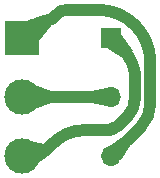
<source format=gbr>
%TF.GenerationSoftware,KiCad,Pcbnew,7.0.10*%
%TF.CreationDate,2024-03-20T18:31:23+01:00*%
%TF.ProjectId,ms404 pot adapter pcb,6d733430-3420-4706-9f74-206164617074,rev?*%
%TF.SameCoordinates,Original*%
%TF.FileFunction,Copper,L1,Top*%
%TF.FilePolarity,Positive*%
%FSLAX46Y46*%
G04 Gerber Fmt 4.6, Leading zero omitted, Abs format (unit mm)*
G04 Created by KiCad (PCBNEW 7.0.10) date 2024-03-20 18:31:23*
%MOMM*%
%LPD*%
G01*
G04 APERTURE LIST*
%TA.AperFunction,ComponentPad*%
%ADD10R,1.700000X1.700000*%
%TD*%
%TA.AperFunction,ComponentPad*%
%ADD11O,1.700000X1.700000*%
%TD*%
%TA.AperFunction,ComponentPad*%
%ADD12R,3.000000X3.000000*%
%TD*%
%TA.AperFunction,ComponentPad*%
%ADD13C,3.000000*%
%TD*%
%TA.AperFunction,Conductor*%
%ADD14C,1.000000*%
%TD*%
G04 APERTURE END LIST*
D10*
%TO.P,J1,1,Pin_1*%
%TO.N,Net-(J1-Pin_1)*%
X104902000Y-65612000D03*
D11*
%TO.P,J1,2,Pin_2*%
%TO.N,Net-(J1-Pin_2)*%
X104902000Y-70612000D03*
%TO.P,J1,3,Pin_3*%
%TO.N,Net-(J1-Pin_3)*%
X104902000Y-75612000D03*
%TD*%
D12*
%TO.P,RV1,1,1*%
%TO.N,Net-(J1-Pin_3)*%
X97300000Y-65600000D03*
D13*
%TO.P,RV1,2,2*%
%TO.N,Net-(J1-Pin_2)*%
X97300000Y-70600000D03*
%TO.P,RV1,3,3*%
%TO.N,Net-(J1-Pin_1)*%
X97300000Y-75600000D03*
%TD*%
D14*
%TO.N,Net-(J1-Pin_1)*%
X106172000Y-72390000D02*
X105499802Y-73062197D01*
X105066197Y-73241802D02*
X105028999Y-73278999D01*
X99462978Y-75035021D02*
X99994999Y-74502999D01*
X98099000Y-75600000D02*
X97300000Y-75600000D01*
X104722394Y-73406000D02*
X102643392Y-73406000D01*
X105918000Y-66628000D02*
X104902000Y-65612000D01*
X106934000Y-70550369D02*
X106934000Y-69080840D01*
X105283000Y-73152000D02*
G75*
G03*
X105499801Y-73062196I0J306600D01*
G01*
X106933983Y-69080840D02*
G75*
G03*
X105918000Y-66628000I-3468783J40D01*
G01*
X98099000Y-75599986D02*
G75*
G03*
X99462978Y-75035021I0J1928986D01*
G01*
X106172009Y-72390009D02*
G75*
G03*
X106934000Y-70550369I-1839609J1839609D01*
G01*
X104722394Y-73405996D02*
G75*
G03*
X105028999Y-73278999I6J433596D01*
G01*
X105283000Y-73151998D02*
G75*
G03*
X105066197Y-73241802I0J-306602D01*
G01*
X102643392Y-73405996D02*
G75*
G03*
X99994999Y-74502999I8J-3745404D01*
G01*
%TO.N,Net-(J1-Pin_2)*%
X104881514Y-70600000D02*
X97300000Y-70600000D01*
X104896000Y-70606000D02*
X104902000Y-70612000D01*
X104895996Y-70606004D02*
G75*
G03*
X104881514Y-70600000I-14496J-14496D01*
G01*
%TO.N,Net-(J1-Pin_3)*%
X103776789Y-63220600D02*
X101217251Y-63220600D01*
X98016898Y-64883101D02*
X97300000Y-65600000D01*
X108204000Y-67647810D02*
X108204000Y-71179969D01*
X99882369Y-63959395D02*
X100199668Y-63642096D01*
X98289524Y-64636044D02*
X98231923Y-64681980D01*
X107404949Y-73109049D02*
X104902000Y-75612000D01*
X98787042Y-64323436D02*
G75*
G03*
X98529505Y-64465771I1138358J-2363864D01*
G01*
X101217251Y-63220642D02*
G75*
G03*
X100199668Y-63642096I-51J-1439058D01*
G01*
X99058895Y-64210832D02*
G75*
G03*
X98787042Y-64323438I866505J-2476368D01*
G01*
X98121658Y-64779460D02*
G75*
G03*
X98016898Y-64883101I9607142J-9815640D01*
G01*
X99631740Y-64080086D02*
G75*
G03*
X99341647Y-64129376I293760J-2607214D01*
G01*
X107404958Y-73109058D02*
G75*
G03*
X108204000Y-71179969I-1929058J1929058D01*
G01*
X99341648Y-64129382D02*
G75*
G03*
X99058895Y-64210833I583652J-2557618D01*
G01*
X108203995Y-67647810D02*
G75*
G03*
X106907300Y-64517300I-4427195J10D01*
G01*
X98231922Y-64681979D02*
G75*
G03*
X98121658Y-64779460I904778J-1134521D01*
G01*
X99631739Y-64080080D02*
G75*
G03*
X99882369Y-63959395I-47139J418480D01*
G01*
X98529503Y-64465768D02*
G75*
G03*
X98289524Y-64636045I1396097J-2221832D01*
G01*
X106907303Y-64517297D02*
G75*
G03*
X103776789Y-63220600I-3130503J-3130503D01*
G01*
%TD*%
%TA.AperFunction,Conductor*%
%TO.N,Net-(J1-Pin_3)*%
G36*
X105757260Y-74063097D02*
G01*
X106450902Y-74756739D01*
X106454329Y-74765012D01*
X106452411Y-74771431D01*
X105692605Y-75929194D01*
X105685200Y-75934231D01*
X105678357Y-75933589D01*
X104905785Y-75614562D01*
X104899447Y-75608238D01*
X104580410Y-74835640D01*
X104580419Y-74826687D01*
X104584802Y-74821397D01*
X105742569Y-74061587D01*
X105751364Y-74059914D01*
X105757260Y-74063097D01*
G37*
%TD.AperFunction*%
%TD*%
%TA.AperFunction,Conductor*%
%TO.N,Net-(J1-Pin_3)*%
G36*
X99778350Y-63567173D02*
G01*
X99783843Y-63574246D01*
X99784260Y-63577340D01*
X99784260Y-64558033D01*
X99781849Y-64565147D01*
X98804266Y-65841536D01*
X98796515Y-65846021D01*
X98793076Y-65845967D01*
X97312731Y-65602260D01*
X97305125Y-65597534D01*
X97303087Y-65588814D01*
X97303584Y-65586866D01*
X97820529Y-64105800D01*
X97826490Y-64099120D01*
X97828475Y-64098375D01*
X99769466Y-63566057D01*
X99778350Y-63567173D01*
G37*
%TD.AperFunction*%
%TD*%
%TA.AperFunction,Conductor*%
%TO.N,Net-(J1-Pin_2)*%
G36*
X104576093Y-69830320D02*
G01*
X104580400Y-69835561D01*
X104901134Y-70607511D01*
X104901143Y-70616466D01*
X104901134Y-70616489D01*
X104580463Y-71388285D01*
X104574124Y-71394610D01*
X104567181Y-71395231D01*
X103213610Y-71101998D01*
X103206250Y-71096897D01*
X103204387Y-71090563D01*
X103204387Y-70109600D01*
X103207814Y-70101327D01*
X103213802Y-70098125D01*
X104567311Y-69828575D01*
X104576093Y-69830320D01*
G37*
%TD.AperFunction*%
%TD*%
%TA.AperFunction,Conductor*%
%TO.N,Net-(J1-Pin_2)*%
G36*
X98401817Y-69602354D02*
G01*
X99792224Y-70097232D01*
X99798868Y-70103234D01*
X99800000Y-70108254D01*
X99800000Y-71091745D01*
X99796573Y-71100018D01*
X99792223Y-71102768D01*
X98401821Y-71597644D01*
X98392878Y-71597189D01*
X98390013Y-71595265D01*
X97838052Y-71091745D01*
X97308474Y-70608643D01*
X97304672Y-70600536D01*
X97307716Y-70592115D01*
X97308468Y-70591362D01*
X98390013Y-69604733D01*
X98398434Y-69601690D01*
X98401817Y-69602354D01*
G37*
%TD.AperFunction*%
%TD*%
%TA.AperFunction,Conductor*%
%TO.N,Net-(J1-Pin_1)*%
G36*
X105752028Y-65263613D02*
G01*
X105757310Y-65267981D01*
X106701349Y-66701522D01*
X106703037Y-66710316D01*
X106699850Y-66716230D01*
X106006230Y-67409850D01*
X105997957Y-67413277D01*
X105991522Y-67411348D01*
X104557984Y-66467311D01*
X104552959Y-66459899D01*
X104553604Y-66453076D01*
X104899438Y-65615782D01*
X104905761Y-65609447D01*
X105743075Y-65263604D01*
X105752028Y-65263613D01*
G37*
%TD.AperFunction*%
%TD*%
%TA.AperFunction,Conductor*%
%TO.N,Net-(J1-Pin_1)*%
G36*
X98092278Y-74338759D02*
G01*
X99179097Y-74607855D01*
X99184557Y-74610938D01*
X99879815Y-75306196D01*
X99883242Y-75314469D01*
X99879815Y-75322742D01*
X99878554Y-75323835D01*
X98631203Y-76257731D01*
X98622527Y-76259946D01*
X98618969Y-76258835D01*
X97310784Y-75606437D01*
X97304910Y-75599678D01*
X97305536Y-75590745D01*
X97306058Y-75589810D01*
X98079530Y-74343945D01*
X98086804Y-74338725D01*
X98092278Y-74338759D01*
G37*
%TD.AperFunction*%
%TD*%
M02*

</source>
